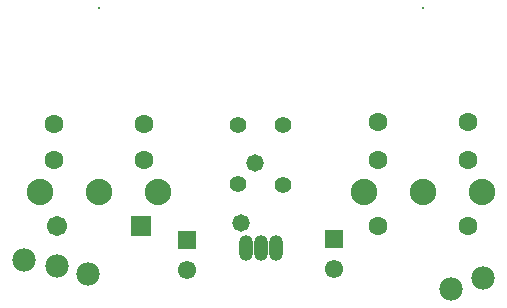
<source format=gbs>
G04*
G04 #@! TF.GenerationSoftware,Altium Limited,Altium Designer,18.0.11 (651)*
G04*
G04 Layer_Color=1265191*
%FSLAX25Y25*%
%MOIN*%
G70*
G01*
G75*
%ADD16C,0.06312*%
%ADD17O,0.04737X0.08674*%
%ADD18O,0.04737X0.08674*%
%ADD19R,0.06706X0.06706*%
%ADD20C,0.06706*%
%ADD21C,0.06115*%
%ADD22R,0.06115X0.06115*%
%ADD23C,0.05524*%
%ADD24C,0.07800*%
%ADD25C,0.08800*%
%ADD26C,0.00800*%
%ADD27C,0.05800*%
D16*
X462500Y724000D02*
D03*
X492500D02*
D03*
X600500Y690000D02*
D03*
X570500D02*
D03*
X600500Y712000D02*
D03*
X570500D02*
D03*
Y724500D02*
D03*
X600500D02*
D03*
X462500Y712000D02*
D03*
X492500D02*
D03*
D17*
X536500Y682500D02*
D03*
X531500D02*
D03*
D18*
X526500D02*
D03*
D19*
X491476Y690000D02*
D03*
D20*
X463524D02*
D03*
D21*
X556000Y675500D02*
D03*
X507000Y675343D02*
D03*
D22*
X556000Y685500D02*
D03*
X507000Y685343D02*
D03*
D23*
X524000Y723685D02*
D03*
Y704000D02*
D03*
X539000Y723500D02*
D03*
Y703815D02*
D03*
D24*
X605500Y672500D02*
D03*
X595000Y669000D02*
D03*
X474000Y674000D02*
D03*
X463500Y676500D02*
D03*
X452500Y678500D02*
D03*
D25*
X457815Y701476D02*
D03*
X497185D02*
D03*
X477500D02*
D03*
D03*
X565815D02*
D03*
X605185D02*
D03*
X585500D02*
D03*
D03*
D26*
X477500Y762500D02*
D03*
X585500D02*
D03*
D27*
X529500Y711000D02*
D03*
X525000Y691000D02*
D03*
M02*

</source>
